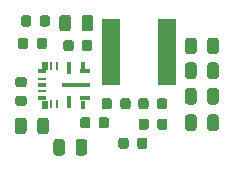
<source format=gbr>
G04 #@! TF.GenerationSoftware,KiCad,Pcbnew,(5.1.9)-1*
G04 #@! TF.CreationDate,2021-08-28T05:14:42+03:00*
G04 #@! TF.ProjectId,Strobe_Module,5374726f-6265-45f4-9d6f-64756c652e6b,0000*
G04 #@! TF.SameCoordinates,Original*
G04 #@! TF.FileFunction,Paste,Top*
G04 #@! TF.FilePolarity,Positive*
%FSLAX46Y46*%
G04 Gerber Fmt 4.6, Leading zero omitted, Abs format (unit mm)*
G04 Created by KiCad (PCBNEW (5.1.9)-1) date 2021-08-28 05:14:42*
%MOMM*%
%LPD*%
G01*
G04 APERTURE LIST*
%ADD10C,0.100000*%
%ADD11R,1.600000X5.700000*%
%ADD12R,0.711200X0.254000*%
%ADD13R,0.711200X0.304800*%
%ADD14R,0.254000X0.711200*%
%ADD15R,0.406400X0.990600*%
%ADD16R,0.812800X0.406400*%
%ADD17R,2.387600X0.406400*%
%ADD18R,0.711200X0.406400*%
G04 APERTURE END LIST*
D10*
G36*
X1044287998Y-1001660400D02*
G01*
X1044287998Y-1001068300D01*
X1044605498Y-1001068300D01*
X1044605498Y-1001660400D01*
X1044287998Y-1001660400D01*
G37*
X1044287998Y-1001660400D02*
X1044287998Y-1001068300D01*
X1044605498Y-1001068300D01*
X1044605498Y-1001660400D01*
X1044287998Y-1001660400D01*
G36*
X1041400000Y-1001660400D02*
G01*
X1041400000Y-1001058001D01*
X1041044400Y-1001058001D01*
X1041044400Y-1001660400D01*
X1041400000Y-1001660400D01*
G37*
X1041400000Y-1001660400D02*
X1041400000Y-1001058001D01*
X1041044400Y-1001058001D01*
X1041044400Y-1001660400D01*
X1041400000Y-1001660400D01*
G36*
X1041400000Y-1004366800D02*
G01*
X1041400000Y-1004969199D01*
X1041044400Y-1004969199D01*
X1041044400Y-1004366800D01*
X1041400000Y-1004366800D01*
G37*
X1041400000Y-1004366800D02*
X1041400000Y-1004969199D01*
X1041044400Y-1004969199D01*
X1041044400Y-1004366800D01*
X1041400000Y-1004366800D01*
G36*
X1044287998Y-1004366800D02*
G01*
X1044287998Y-1004958900D01*
X1044605498Y-1004958900D01*
X1044605498Y-1004366800D01*
X1044287998Y-1004366800D01*
G37*
X1044287998Y-1004366800D02*
X1044287998Y-1004958900D01*
X1044605498Y-1004958900D01*
X1044605498Y-1004366800D01*
X1044287998Y-1004366800D01*
G36*
G01*
X1038984750Y-1003929300D02*
X1039497250Y-1003929300D01*
G75*
G02*
X1039716000Y-1004148050I0J-218750D01*
G01*
X1039716000Y-1004585550D01*
G75*
G02*
X1039497250Y-1004804300I-218750J0D01*
G01*
X1038984750Y-1004804300D01*
G75*
G02*
X1038766000Y-1004585550I0J218750D01*
G01*
X1038766000Y-1004148050D01*
G75*
G02*
X1038984750Y-1003929300I218750J0D01*
G01*
G37*
G36*
G01*
X1038984750Y-1002354300D02*
X1039497250Y-1002354300D01*
G75*
G02*
X1039716000Y-1002573050I0J-218750D01*
G01*
X1039716000Y-1003010550D01*
G75*
G02*
X1039497250Y-1003229300I-218750J0D01*
G01*
X1038984750Y-1003229300D01*
G75*
G02*
X1038766000Y-1003010550I0J218750D01*
G01*
X1038766000Y-1002573050D01*
G75*
G02*
X1038984750Y-1002354300I218750J0D01*
G01*
G37*
G36*
G01*
X1045341900Y-997331950D02*
X1045341900Y-998244450D01*
G75*
G02*
X1045098150Y-998488200I-243750J0D01*
G01*
X1044610650Y-998488200D01*
G75*
G02*
X1044366900Y-998244450I0J243750D01*
G01*
X1044366900Y-997331950D01*
G75*
G02*
X1044610650Y-997088200I243750J0D01*
G01*
X1045098150Y-997088200D01*
G75*
G02*
X1045341900Y-997331950I0J-243750D01*
G01*
G37*
G36*
G01*
X1043466900Y-997331950D02*
X1043466900Y-998244450D01*
G75*
G02*
X1043223150Y-998488200I-243750J0D01*
G01*
X1042735650Y-998488200D01*
G75*
G02*
X1042491900Y-998244450I0J243750D01*
G01*
X1042491900Y-997331950D01*
G75*
G02*
X1042735650Y-997088200I243750J0D01*
G01*
X1043223150Y-997088200D01*
G75*
G02*
X1043466900Y-997331950I0J-243750D01*
G01*
G37*
G36*
G01*
X1041983900Y-1008760050D02*
X1041983900Y-1007847550D01*
G75*
G02*
X1042227650Y-1007603800I243750J0D01*
G01*
X1042715150Y-1007603800D01*
G75*
G02*
X1042958900Y-1007847550I0J-243750D01*
G01*
X1042958900Y-1008760050D01*
G75*
G02*
X1042715150Y-1009003800I-243750J0D01*
G01*
X1042227650Y-1009003800D01*
G75*
G02*
X1041983900Y-1008760050I0J243750D01*
G01*
G37*
G36*
G01*
X1043858900Y-1008760050D02*
X1043858900Y-1007847550D01*
G75*
G02*
X1044102650Y-1007603800I243750J0D01*
G01*
X1044590150Y-1007603800D01*
G75*
G02*
X1044833900Y-1007847550I0J-243750D01*
G01*
X1044833900Y-1008760050D01*
G75*
G02*
X1044590150Y-1009003800I-243750J0D01*
G01*
X1044102650Y-1009003800D01*
G75*
G02*
X1043858900Y-1008760050I0J243750D01*
G01*
G37*
G36*
G01*
X1045266500Y-999436950D02*
X1045266500Y-999949450D01*
G75*
G02*
X1045047750Y-1000168200I-218750J0D01*
G01*
X1044610250Y-1000168200D01*
G75*
G02*
X1044391500Y-999949450I0J218750D01*
G01*
X1044391500Y-999436950D01*
G75*
G02*
X1044610250Y-999218200I218750J0D01*
G01*
X1045047750Y-999218200D01*
G75*
G02*
X1045266500Y-999436950I0J-218750D01*
G01*
G37*
G36*
G01*
X1043691500Y-999436950D02*
X1043691500Y-999949450D01*
G75*
G02*
X1043472750Y-1000168200I-218750J0D01*
G01*
X1043035250Y-1000168200D01*
G75*
G02*
X1042816500Y-999949450I0J218750D01*
G01*
X1042816500Y-999436950D01*
G75*
G02*
X1043035250Y-999218200I218750J0D01*
G01*
X1043472750Y-999218200D01*
G75*
G02*
X1043691500Y-999436950I0J-218750D01*
G01*
G37*
G36*
G01*
X1055009500Y-1004442050D02*
X1055009500Y-1003529550D01*
G75*
G02*
X1055253250Y-1003285800I243750J0D01*
G01*
X1055740750Y-1003285800D01*
G75*
G02*
X1055984500Y-1003529550I0J-243750D01*
G01*
X1055984500Y-1004442050D01*
G75*
G02*
X1055740750Y-1004685800I-243750J0D01*
G01*
X1055253250Y-1004685800D01*
G75*
G02*
X1055009500Y-1004442050I0J243750D01*
G01*
G37*
G36*
G01*
X1053134500Y-1004442050D02*
X1053134500Y-1003529550D01*
G75*
G02*
X1053378250Y-1003285800I243750J0D01*
G01*
X1053865750Y-1003285800D01*
G75*
G02*
X1054109500Y-1003529550I0J-243750D01*
G01*
X1054109500Y-1004442050D01*
G75*
G02*
X1053865750Y-1004685800I-243750J0D01*
G01*
X1053378250Y-1004685800D01*
G75*
G02*
X1053134500Y-1004442050I0J243750D01*
G01*
G37*
G36*
G01*
X1053132200Y-1006677250D02*
X1053132200Y-1005764750D01*
G75*
G02*
X1053375950Y-1005521000I243750J0D01*
G01*
X1053863450Y-1005521000D01*
G75*
G02*
X1054107200Y-1005764750I0J-243750D01*
G01*
X1054107200Y-1006677250D01*
G75*
G02*
X1053863450Y-1006921000I-243750J0D01*
G01*
X1053375950Y-1006921000D01*
G75*
G02*
X1053132200Y-1006677250I0J243750D01*
G01*
G37*
G36*
G01*
X1055007200Y-1006677250D02*
X1055007200Y-1005764750D01*
G75*
G02*
X1055250950Y-1005521000I243750J0D01*
G01*
X1055738450Y-1005521000D01*
G75*
G02*
X1055982200Y-1005764750I0J-243750D01*
G01*
X1055982200Y-1006677250D01*
G75*
G02*
X1055738450Y-1006921000I-243750J0D01*
G01*
X1055250950Y-1006921000D01*
G75*
G02*
X1055007200Y-1006677250I0J243750D01*
G01*
G37*
G36*
G01*
X1053134500Y-1002283050D02*
X1053134500Y-1001370550D01*
G75*
G02*
X1053378250Y-1001126800I243750J0D01*
G01*
X1053865750Y-1001126800D01*
G75*
G02*
X1054109500Y-1001370550I0J-243750D01*
G01*
X1054109500Y-1002283050D01*
G75*
G02*
X1053865750Y-1002526800I-243750J0D01*
G01*
X1053378250Y-1002526800D01*
G75*
G02*
X1053134500Y-1002283050I0J243750D01*
G01*
G37*
G36*
G01*
X1055009500Y-1002283050D02*
X1055009500Y-1001370550D01*
G75*
G02*
X1055253250Y-1001126800I243750J0D01*
G01*
X1055740750Y-1001126800D01*
G75*
G02*
X1055984500Y-1001370550I0J-243750D01*
G01*
X1055984500Y-1002283050D01*
G75*
G02*
X1055740750Y-1002526800I-243750J0D01*
G01*
X1055253250Y-1002526800D01*
G75*
G02*
X1055009500Y-1002283050I0J243750D01*
G01*
G37*
G36*
G01*
X1051616500Y-1004364550D02*
X1051616500Y-1004877050D01*
G75*
G02*
X1051397750Y-1005095800I-218750J0D01*
G01*
X1050960250Y-1005095800D01*
G75*
G02*
X1050741500Y-1004877050I0J218750D01*
G01*
X1050741500Y-1004364550D01*
G75*
G02*
X1050960250Y-1004145800I218750J0D01*
G01*
X1051397750Y-1004145800D01*
G75*
G02*
X1051616500Y-1004364550I0J-218750D01*
G01*
G37*
G36*
G01*
X1050041500Y-1004364550D02*
X1050041500Y-1004877050D01*
G75*
G02*
X1049822750Y-1005095800I-218750J0D01*
G01*
X1049385250Y-1005095800D01*
G75*
G02*
X1049166500Y-1004877050I0J218750D01*
G01*
X1049166500Y-1004364550D01*
G75*
G02*
X1049385250Y-1004145800I218750J0D01*
G01*
X1049822750Y-1004145800D01*
G75*
G02*
X1050041500Y-1004364550I0J-218750D01*
G01*
G37*
G36*
G01*
X1046942700Y-1004364550D02*
X1046942700Y-1004877050D01*
G75*
G02*
X1046723950Y-1005095800I-218750J0D01*
G01*
X1046286450Y-1005095800D01*
G75*
G02*
X1046067700Y-1004877050I0J218750D01*
G01*
X1046067700Y-1004364550D01*
G75*
G02*
X1046286450Y-1004145800I218750J0D01*
G01*
X1046723950Y-1004145800D01*
G75*
G02*
X1046942700Y-1004364550I0J-218750D01*
G01*
G37*
G36*
G01*
X1048517700Y-1004364550D02*
X1048517700Y-1004877050D01*
G75*
G02*
X1048298950Y-1005095800I-218750J0D01*
G01*
X1047861450Y-1005095800D01*
G75*
G02*
X1047642700Y-1004877050I0J218750D01*
G01*
X1047642700Y-1004364550D01*
G75*
G02*
X1047861450Y-1004145800I218750J0D01*
G01*
X1048298950Y-1004145800D01*
G75*
G02*
X1048517700Y-1004364550I0J-218750D01*
G01*
G37*
G36*
G01*
X1051642100Y-1006091750D02*
X1051642100Y-1006604250D01*
G75*
G02*
X1051423350Y-1006823000I-218750J0D01*
G01*
X1050985850Y-1006823000D01*
G75*
G02*
X1050767100Y-1006604250I0J218750D01*
G01*
X1050767100Y-1006091750D01*
G75*
G02*
X1050985850Y-1005873000I218750J0D01*
G01*
X1051423350Y-1005873000D01*
G75*
G02*
X1051642100Y-1006091750I0J-218750D01*
G01*
G37*
G36*
G01*
X1050067100Y-1006091750D02*
X1050067100Y-1006604250D01*
G75*
G02*
X1049848350Y-1006823000I-218750J0D01*
G01*
X1049410850Y-1006823000D01*
G75*
G02*
X1049192100Y-1006604250I0J218750D01*
G01*
X1049192100Y-1006091750D01*
G75*
G02*
X1049410850Y-1005873000I218750J0D01*
G01*
X1049848350Y-1005873000D01*
G75*
G02*
X1050067100Y-1006091750I0J-218750D01*
G01*
G37*
G36*
G01*
X1041431100Y-999259150D02*
X1041431100Y-999771650D01*
G75*
G02*
X1041212350Y-999990400I-218750J0D01*
G01*
X1040774850Y-999990400D01*
G75*
G02*
X1040556100Y-999771650I0J218750D01*
G01*
X1040556100Y-999259150D01*
G75*
G02*
X1040774850Y-999040400I218750J0D01*
G01*
X1041212350Y-999040400D01*
G75*
G02*
X1041431100Y-999259150I0J-218750D01*
G01*
G37*
G36*
G01*
X1039856100Y-999259150D02*
X1039856100Y-999771650D01*
G75*
G02*
X1039637350Y-999990400I-218750J0D01*
G01*
X1039199850Y-999990400D01*
G75*
G02*
X1038981100Y-999771650I0J218750D01*
G01*
X1038981100Y-999259150D01*
G75*
G02*
X1039199850Y-999040400I218750J0D01*
G01*
X1039637350Y-999040400D01*
G75*
G02*
X1039856100Y-999259150I0J-218750D01*
G01*
G37*
G36*
G01*
X1044238900Y-1006477250D02*
X1044238900Y-1005964750D01*
G75*
G02*
X1044457650Y-1005746000I218750J0D01*
G01*
X1044895150Y-1005746000D01*
G75*
G02*
X1045113900Y-1005964750I0J-218750D01*
G01*
X1045113900Y-1006477250D01*
G75*
G02*
X1044895150Y-1006696000I-218750J0D01*
G01*
X1044457650Y-1006696000D01*
G75*
G02*
X1044238900Y-1006477250I0J218750D01*
G01*
G37*
G36*
G01*
X1045813900Y-1006477250D02*
X1045813900Y-1005964750D01*
G75*
G02*
X1046032650Y-1005746000I218750J0D01*
G01*
X1046470150Y-1005746000D01*
G75*
G02*
X1046688900Y-1005964750I0J-218750D01*
G01*
X1046688900Y-1006477250D01*
G75*
G02*
X1046470150Y-1006696000I-218750J0D01*
G01*
X1046032650Y-1006696000D01*
G75*
G02*
X1045813900Y-1006477250I0J218750D01*
G01*
G37*
G36*
G01*
X1039235100Y-997866650D02*
X1039235100Y-997354150D01*
G75*
G02*
X1039453850Y-997135400I218750J0D01*
G01*
X1039891350Y-997135400D01*
G75*
G02*
X1040110100Y-997354150I0J-218750D01*
G01*
X1040110100Y-997866650D01*
G75*
G02*
X1039891350Y-998085400I-218750J0D01*
G01*
X1039453850Y-998085400D01*
G75*
G02*
X1039235100Y-997866650I0J218750D01*
G01*
G37*
G36*
G01*
X1040810100Y-997866650D02*
X1040810100Y-997354150D01*
G75*
G02*
X1041028850Y-997135400I218750J0D01*
G01*
X1041466350Y-997135400D01*
G75*
G02*
X1041685100Y-997354150I0J-218750D01*
G01*
X1041685100Y-997866650D01*
G75*
G02*
X1041466350Y-998085400I-218750J0D01*
G01*
X1041028850Y-998085400D01*
G75*
G02*
X1040810100Y-997866650I0J218750D01*
G01*
G37*
G36*
G01*
X1049940100Y-1007717350D02*
X1049940100Y-1008229850D01*
G75*
G02*
X1049721350Y-1008448600I-218750J0D01*
G01*
X1049283850Y-1008448600D01*
G75*
G02*
X1049065100Y-1008229850I0J218750D01*
G01*
X1049065100Y-1007717350D01*
G75*
G02*
X1049283850Y-1007498600I218750J0D01*
G01*
X1049721350Y-1007498600D01*
G75*
G02*
X1049940100Y-1007717350I0J-218750D01*
G01*
G37*
G36*
G01*
X1048365100Y-1007717350D02*
X1048365100Y-1008229850D01*
G75*
G02*
X1048146350Y-1008448600I-218750J0D01*
G01*
X1047708850Y-1008448600D01*
G75*
G02*
X1047490100Y-1008229850I0J218750D01*
G01*
X1047490100Y-1007717350D01*
G75*
G02*
X1047708850Y-1007498600I218750J0D01*
G01*
X1048146350Y-1007498600D01*
G75*
G02*
X1048365100Y-1007717350I0J-218750D01*
G01*
G37*
D11*
X1046885400Y-1000277400D03*
X1051585400Y-1000277400D03*
G36*
G01*
X1053134500Y-1000174850D02*
X1053134500Y-999262350D01*
G75*
G02*
X1053378250Y-999018600I243750J0D01*
G01*
X1053865750Y-999018600D01*
G75*
G02*
X1054109500Y-999262350I0J-243750D01*
G01*
X1054109500Y-1000174850D01*
G75*
G02*
X1053865750Y-1000418600I-243750J0D01*
G01*
X1053378250Y-1000418600D01*
G75*
G02*
X1053134500Y-1000174850I0J243750D01*
G01*
G37*
G36*
G01*
X1055009500Y-1000174850D02*
X1055009500Y-999262350D01*
G75*
G02*
X1055253250Y-999018600I243750J0D01*
G01*
X1055740750Y-999018600D01*
G75*
G02*
X1055984500Y-999262350I0J-243750D01*
G01*
X1055984500Y-1000174850D01*
G75*
G02*
X1055740750Y-1000418600I-243750J0D01*
G01*
X1055253250Y-1000418600D01*
G75*
G02*
X1055009500Y-1000174850I0J243750D01*
G01*
G37*
G36*
G01*
X1041582700Y-1006044150D02*
X1041582700Y-1006956650D01*
G75*
G02*
X1041338950Y-1007200400I-243750J0D01*
G01*
X1040851450Y-1007200400D01*
G75*
G02*
X1040607700Y-1006956650I0J243750D01*
G01*
X1040607700Y-1006044150D01*
G75*
G02*
X1040851450Y-1005800400I243750J0D01*
G01*
X1041338950Y-1005800400D01*
G75*
G02*
X1041582700Y-1006044150I0J-243750D01*
G01*
G37*
G36*
G01*
X1039707700Y-1006044150D02*
X1039707700Y-1006956650D01*
G75*
G02*
X1039463950Y-1007200400I-243750J0D01*
G01*
X1038976450Y-1007200400D01*
G75*
G02*
X1038732700Y-1006956650I0J243750D01*
G01*
X1038732700Y-1006044150D01*
G75*
G02*
X1038976450Y-1005800400I243750J0D01*
G01*
X1039463950Y-1005800400D01*
G75*
G02*
X1039707700Y-1006044150I0J-243750D01*
G01*
G37*
D12*
X1041044400Y-1002488600D03*
D13*
X1041044400Y-1003013600D03*
D12*
X1041044400Y-1003538600D03*
D14*
X1041769400Y-1004613599D03*
X1042269399Y-1004613599D03*
D15*
X1043344398Y-1004463600D03*
D16*
X1044694398Y-1004163600D03*
D17*
X1043894400Y-1003013600D03*
D16*
X1044694398Y-1001863600D03*
D15*
X1043344398Y-1001563600D03*
D14*
X1042269399Y-1001413601D03*
X1041769400Y-1001413601D03*
D18*
X1041044400Y-1001863600D03*
X1041044400Y-1004163600D03*
M02*

</source>
